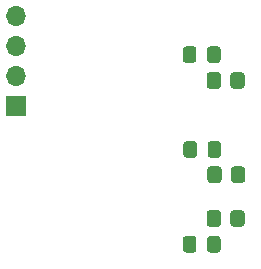
<source format=gbr>
%TF.GenerationSoftware,KiCad,Pcbnew,(5.1.10)-1*%
%TF.CreationDate,2021-08-06T17:07:10+10:00*%
%TF.ProjectId,A1200LED,41313230-304c-4454-942e-6b696361645f,rev?*%
%TF.SameCoordinates,Original*%
%TF.FileFunction,Soldermask,Top*%
%TF.FilePolarity,Negative*%
%FSLAX46Y46*%
G04 Gerber Fmt 4.6, Leading zero omitted, Abs format (unit mm)*
G04 Created by KiCad (PCBNEW (5.1.10)-1) date 2021-08-06 17:07:10*
%MOMM*%
%LPD*%
G01*
G04 APERTURE LIST*
%ADD10O,1.700000X1.700000*%
%ADD11R,1.700000X1.700000*%
G04 APERTURE END LIST*
D10*
%TO.C,J1*%
X101752400Y-102717600D03*
X101752400Y-105257600D03*
X101752400Y-107797600D03*
D11*
X101752400Y-110337600D03*
%TD*%
%TO.C,R3*%
G36*
G01*
X119081600Y-107703199D02*
X119081600Y-108603201D01*
G75*
G02*
X118831601Y-108853200I-249999J0D01*
G01*
X118131599Y-108853200D01*
G75*
G02*
X117881600Y-108603201I0J249999D01*
G01*
X117881600Y-107703199D01*
G75*
G02*
X118131599Y-107453200I249999J0D01*
G01*
X118831601Y-107453200D01*
G75*
G02*
X119081600Y-107703199I0J-249999D01*
G01*
G37*
G36*
G01*
X121081600Y-107703199D02*
X121081600Y-108603201D01*
G75*
G02*
X120831601Y-108853200I-249999J0D01*
G01*
X120131599Y-108853200D01*
G75*
G02*
X119881600Y-108603201I0J249999D01*
G01*
X119881600Y-107703199D01*
G75*
G02*
X120131599Y-107453200I249999J0D01*
G01*
X120831601Y-107453200D01*
G75*
G02*
X121081600Y-107703199I0J-249999D01*
G01*
G37*
%TD*%
%TO.C,R2*%
G36*
G01*
X119132400Y-115678799D02*
X119132400Y-116578801D01*
G75*
G02*
X118882401Y-116828800I-249999J0D01*
G01*
X118182399Y-116828800D01*
G75*
G02*
X117932400Y-116578801I0J249999D01*
G01*
X117932400Y-115678799D01*
G75*
G02*
X118182399Y-115428800I249999J0D01*
G01*
X118882401Y-115428800D01*
G75*
G02*
X119132400Y-115678799I0J-249999D01*
G01*
G37*
G36*
G01*
X121132400Y-115678799D02*
X121132400Y-116578801D01*
G75*
G02*
X120882401Y-116828800I-249999J0D01*
G01*
X120182399Y-116828800D01*
G75*
G02*
X119932400Y-116578801I0J249999D01*
G01*
X119932400Y-115678799D01*
G75*
G02*
X120182399Y-115428800I249999J0D01*
G01*
X120882401Y-115428800D01*
G75*
G02*
X121132400Y-115678799I0J-249999D01*
G01*
G37*
%TD*%
%TO.C,R1*%
G36*
G01*
X119081600Y-119387199D02*
X119081600Y-120287201D01*
G75*
G02*
X118831601Y-120537200I-249999J0D01*
G01*
X118131599Y-120537200D01*
G75*
G02*
X117881600Y-120287201I0J249999D01*
G01*
X117881600Y-119387199D01*
G75*
G02*
X118131599Y-119137200I249999J0D01*
G01*
X118831601Y-119137200D01*
G75*
G02*
X119081600Y-119387199I0J-249999D01*
G01*
G37*
G36*
G01*
X121081600Y-119387199D02*
X121081600Y-120287201D01*
G75*
G02*
X120831601Y-120537200I-249999J0D01*
G01*
X120131599Y-120537200D01*
G75*
G02*
X119881600Y-120287201I0J249999D01*
G01*
X119881600Y-119387199D01*
G75*
G02*
X120131599Y-119137200I249999J0D01*
G01*
X120831601Y-119137200D01*
G75*
G02*
X121081600Y-119387199I0J-249999D01*
G01*
G37*
%TD*%
%TO.C,D3*%
G36*
G01*
X116999600Y-105518799D02*
X116999600Y-106418801D01*
G75*
G02*
X116749601Y-106668800I-249999J0D01*
G01*
X116099599Y-106668800D01*
G75*
G02*
X115849600Y-106418801I0J249999D01*
G01*
X115849600Y-105518799D01*
G75*
G02*
X116099599Y-105268800I249999J0D01*
G01*
X116749601Y-105268800D01*
G75*
G02*
X116999600Y-105518799I0J-249999D01*
G01*
G37*
G36*
G01*
X119049600Y-105518799D02*
X119049600Y-106418801D01*
G75*
G02*
X118799601Y-106668800I-249999J0D01*
G01*
X118149599Y-106668800D01*
G75*
G02*
X117899600Y-106418801I0J249999D01*
G01*
X117899600Y-105518799D01*
G75*
G02*
X118149599Y-105268800I249999J0D01*
G01*
X118799601Y-105268800D01*
G75*
G02*
X119049600Y-105518799I0J-249999D01*
G01*
G37*
%TD*%
%TO.C,D2*%
G36*
G01*
X117050400Y-113545199D02*
X117050400Y-114445201D01*
G75*
G02*
X116800401Y-114695200I-249999J0D01*
G01*
X116150399Y-114695200D01*
G75*
G02*
X115900400Y-114445201I0J249999D01*
G01*
X115900400Y-113545199D01*
G75*
G02*
X116150399Y-113295200I249999J0D01*
G01*
X116800401Y-113295200D01*
G75*
G02*
X117050400Y-113545199I0J-249999D01*
G01*
G37*
G36*
G01*
X119100400Y-113545199D02*
X119100400Y-114445201D01*
G75*
G02*
X118850401Y-114695200I-249999J0D01*
G01*
X118200399Y-114695200D01*
G75*
G02*
X117950400Y-114445201I0J249999D01*
G01*
X117950400Y-113545199D01*
G75*
G02*
X118200399Y-113295200I249999J0D01*
G01*
X118850401Y-113295200D01*
G75*
G02*
X119100400Y-113545199I0J-249999D01*
G01*
G37*
%TD*%
%TO.C,D1*%
G36*
G01*
X116999600Y-121571599D02*
X116999600Y-122471601D01*
G75*
G02*
X116749601Y-122721600I-249999J0D01*
G01*
X116099599Y-122721600D01*
G75*
G02*
X115849600Y-122471601I0J249999D01*
G01*
X115849600Y-121571599D01*
G75*
G02*
X116099599Y-121321600I249999J0D01*
G01*
X116749601Y-121321600D01*
G75*
G02*
X116999600Y-121571599I0J-249999D01*
G01*
G37*
G36*
G01*
X119049600Y-121571599D02*
X119049600Y-122471601D01*
G75*
G02*
X118799601Y-122721600I-249999J0D01*
G01*
X118149599Y-122721600D01*
G75*
G02*
X117899600Y-122471601I0J249999D01*
G01*
X117899600Y-121571599D01*
G75*
G02*
X118149599Y-121321600I249999J0D01*
G01*
X118799601Y-121321600D01*
G75*
G02*
X119049600Y-121571599I0J-249999D01*
G01*
G37*
%TD*%
M02*

</source>
